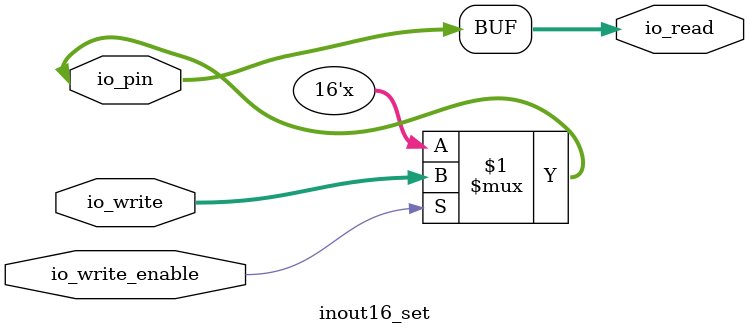
<source format=v>
module inout16_set(     
  inout  [15:0] io_pin,
  input  [15:0] io_write,
  output [15:0] io_read,
  input         io_write_enable
);
  assign io_pin  = io_write_enable ? io_write : 16'hZZ;
  assign io_read = io_pin; 
endmodule

</source>
